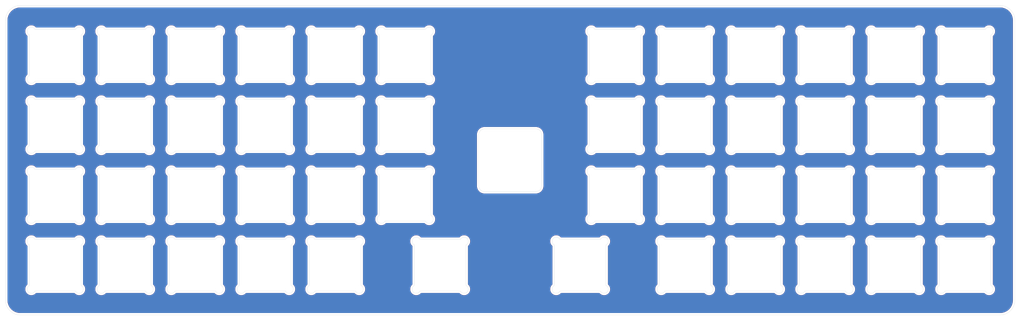
<source format=kicad_pcb>
(kicad_pcb (version 20171130) (host pcbnew "(5.1.6)-1")
  (layers (0 F.Cu signal) (31 B.Cu signal) (34 B.Paste user) (35 F.Paste user) (36 B.SilkS user) (37 F.SilkS user) (38 B.Mask user) (39 F.Mask user) (44 Edge.Cuts user))
  (net 0 "")
  (gr_line (start 73 183.5) (end 339 183.5) (layer Edge.Cuts) (width 0.05))
  (gr_arc (start 339 103.5) (end 343 103.5) (angle -90) (layer Edge.Cuts) (width 0.05))
  (gr_arc (start 73 179.5) (end 69 179.5) (angle -90) (layer Edge.Cuts) (width 0.05))
  (gr_line (start 69 103.5) (end 69 179.5) (layer Edge.Cuts) (width 0.05))
  (gr_line (start 343 179.5) (end 343 103.5) (layer Edge.Cuts) (width 0.05))
  (gr_arc (start 339 179.5) (end 339 183.5) (angle -90) (layer Edge.Cuts) (width 0.05))
  (gr_line (start 339 99.5) (end 73 99.5) (layer Edge.Cuts) (width 0.05))
  (gr_arc (start 73 103.5) (end 73 99.5) (angle -90) (layer Edge.Cuts) (width 0.05))
  (gr_line (start 214.5 148.5) (end 214.5 134.5) (layer Edge.Cuts) (width 0.05))
  (gr_line (start 199 150) (end 213 150) (layer Edge.Cuts) (width 0.05))
  (gr_line (start 197.5 134.5) (end 197.5 148.5) (layer Edge.Cuts) (width 0.05))
  (gr_line (start 213 133) (end 199 133) (layer Edge.Cuts) (width 0.05))
  (gr_arc (start 213 134.5) (end 214.5 134.5) (angle -90) (layer Edge.Cuts) (width 0.05))
  (gr_arc (start 213 148.5) (end 213 150) (angle -90) (layer Edge.Cuts) (width 0.05))
  (gr_arc (start 199 148.5) (end 197.5 148.5) (angle -90) (layer Edge.Cuts) (width 0.05))
  (gr_arc (start 199 134.5) (end 199 133) (angle -90) (layer Edge.Cuts) (width 0.05))
  (gr_line (start 227.500001 118.500001) (end 227.5 107.499999) (layer Edge.Cuts) (width 0.05))
  (gr_arc (start 279 119.5) (end 278.000001 119.999999) (angle -216.8698976) (layer Edge.Cuts) (width 0.05))
  (gr_line (start 298.499999 107.499999) (end 298.5 118.5) (layer Edge.Cuts) (width 0.05))
  (gr_arc (start 298 119.5) (end 297.000001 119.999999) (angle -216.8698976) (layer Edge.Cuts) (width 0.05))
  (gr_arc (start 247 119.5) (end 246.500001 118.500001) (angle -216.8698976) (layer Edge.Cuts) (width 0.05))
  (gr_arc (start 279 106.5) (end 279.499999 107.499999) (angle -216.8698976) (layer Edge.Cuts) (width 0.05))
  (gr_arc (start 298 106.5) (end 298.499999 107.499999) (angle -216.8698976) (layer Edge.Cuts) (width 0.05))
  (gr_line (start 246.500001 118.500001) (end 246.5 107.499999) (layer Edge.Cuts) (width 0.05))
  (gr_line (start 266.999999 106.000001) (end 278.000001 106) (layer Edge.Cuts) (width 0.05))
  (gr_line (start 285.999999 106.000001) (end 297.000001 106) (layer Edge.Cuts) (width 0.05))
  (gr_line (start 297.000001 119.999999) (end 285.999999 120) (layer Edge.Cuts) (width 0.05))
  (gr_arc (start 285 119.5) (end 284.500001 118.500001) (angle -216.8698976) (layer Edge.Cuts) (width 0.05))
  (gr_arc (start 285 106.5) (end 285.999999 106.000001) (angle -216.8698976) (layer Edge.Cuts) (width 0.05))
  (gr_line (start 279.499999 107.499999) (end 279.5 118.5) (layer Edge.Cuts) (width 0.05))
  (gr_arc (start 247 106.5) (end 247.999999 106.000001) (angle -216.8698976) (layer Edge.Cuts) (width 0.05))
  (gr_line (start 247.999999 106.000001) (end 259.000001 106) (layer Edge.Cuts) (width 0.05))
  (gr_line (start 284.500001 118.500001) (end 284.5 107.499999) (layer Edge.Cuts) (width 0.05))
  (gr_line (start 278.000001 119.999999) (end 266.999999 120) (layer Edge.Cuts) (width 0.05))
  (gr_arc (start 260 106.5) (end 260.499999 107.499999) (angle -216.8698976) (layer Edge.Cuts) (width 0.05))
  (gr_arc (start 266 119.5) (end 265.500001 118.500001) (angle -216.8698976) (layer Edge.Cuts) (width 0.05))
  (gr_line (start 240.000001 119.999999) (end 228.999999 120) (layer Edge.Cuts) (width 0.05))
  (gr_arc (start 266 106.5) (end 266.999999 106.000001) (angle -216.8698976) (layer Edge.Cuts) (width 0.05))
  (gr_arc (start 260 119.5) (end 259.000001 119.999999) (angle -216.8698976) (layer Edge.Cuts) (width 0.05))
  (gr_line (start 259.000001 119.999999) (end 247.999999 120) (layer Edge.Cuts) (width 0.05))
  (gr_line (start 260.499999 107.499999) (end 260.5 118.5) (layer Edge.Cuts) (width 0.05))
  (gr_line (start 228.999999 106.000001) (end 240.000001 106) (layer Edge.Cuts) (width 0.05))
  (gr_arc (start 228 106.5) (end 228.999999 106.000001) (angle -216.8698976) (layer Edge.Cuts) (width 0.05))
  (gr_arc (start 241 106.5) (end 241.499999 107.499999) (angle -216.8698976) (layer Edge.Cuts) (width 0.05))
  (gr_arc (start 241 119.5) (end 240.000001 119.999999) (angle -216.8698976) (layer Edge.Cuts) (width 0.05))
  (gr_arc (start 228 119.5) (end 227.500001 118.500001) (angle -216.8698976) (layer Edge.Cuts) (width 0.05))
  (gr_line (start 265.500001 118.500001) (end 265.5 107.499999) (layer Edge.Cuts) (width 0.05))
  (gr_line (start 241.499999 107.499999) (end 241.5 118.5) (layer Edge.Cuts) (width 0.05))
  (gr_arc (start 336 157.5) (end 335.000001 157.999999) (angle -216.8698976) (layer Edge.Cuts) (width 0.05))
  (gr_arc (start 260 157.5) (end 259.000001 157.999999) (angle -216.8698976) (layer Edge.Cuts) (width 0.05))
  (gr_line (start 323.999999 144.000001) (end 335.000001 144) (layer Edge.Cuts) (width 0.05))
  (gr_line (start 265.500001 156.500001) (end 265.5 145.499999) (layer Edge.Cuts) (width 0.05))
  (gr_line (start 317.499999 145.499999) (end 317.5 156.5) (layer Edge.Cuts) (width 0.05))
  (gr_arc (start 304 157.5) (end 303.500001 156.500001) (angle -216.8698976) (layer Edge.Cuts) (width 0.05))
  (gr_line (start 335.000001 157.999999) (end 323.999999 158) (layer Edge.Cuts) (width 0.05))
  (gr_arc (start 304 144.5) (end 304.999999 144.000001) (angle -216.8698976) (layer Edge.Cuts) (width 0.05))
  (gr_line (start 278.000001 157.999999) (end 266.999999 158) (layer Edge.Cuts) (width 0.05))
  (gr_arc (start 285 157.5) (end 284.500001 156.500001) (angle -216.8698976) (layer Edge.Cuts) (width 0.05))
  (gr_arc (start 298 157.5) (end 297.000001 157.999999) (angle -216.8698976) (layer Edge.Cuts) (width 0.05))
  (gr_line (start 241.499999 145.499999) (end 241.5 156.5) (layer Edge.Cuts) (width 0.05))
  (gr_arc (start 241 144.5) (end 241.499999 145.499999) (angle -216.8698976) (layer Edge.Cuts) (width 0.05))
  (gr_arc (start 317 144.5) (end 317.499999 145.499999) (angle -216.8698976) (layer Edge.Cuts) (width 0.05))
  (gr_line (start 279.499999 145.499999) (end 279.5 156.5) (layer Edge.Cuts) (width 0.05))
  (gr_arc (start 285 144.5) (end 285.999999 144.000001) (angle -216.8698976) (layer Edge.Cuts) (width 0.05))
  (gr_line (start 259.000001 157.999999) (end 247.999999 158) (layer Edge.Cuts) (width 0.05))
  (gr_arc (start 241 157.5) (end 240.000001 157.999999) (angle -216.8698976) (layer Edge.Cuts) (width 0.05))
  (gr_line (start 260.499999 145.499999) (end 260.5 156.5) (layer Edge.Cuts) (width 0.05))
  (gr_line (start 228.999999 144.000001) (end 240.000001 144) (layer Edge.Cuts) (width 0.05))
  (gr_arc (start 323 157.5) (end 322.500001 156.500001) (angle -216.8698976) (layer Edge.Cuts) (width 0.05))
  (gr_line (start 322.500001 156.500001) (end 322.5 145.499999) (layer Edge.Cuts) (width 0.05))
  (gr_line (start 336.499999 145.499999) (end 336.5 156.5) (layer Edge.Cuts) (width 0.05))
  (gr_line (start 298.499999 145.499999) (end 298.5 156.5) (layer Edge.Cuts) (width 0.05))
  (gr_line (start 247.999999 144.000001) (end 259.000001 144) (layer Edge.Cuts) (width 0.05))
  (gr_line (start 266.999999 144.000001) (end 278.000001 144) (layer Edge.Cuts) (width 0.05))
  (gr_line (start 297.000001 157.999999) (end 285.999999 158) (layer Edge.Cuts) (width 0.05))
  (gr_arc (start 279 144.5) (end 279.499999 145.499999) (angle -216.8698976) (layer Edge.Cuts) (width 0.05))
  (gr_line (start 285.999999 144.000001) (end 297.000001 144) (layer Edge.Cuts) (width 0.05))
  (gr_line (start 316.000001 157.999999) (end 304.999999 158) (layer Edge.Cuts) (width 0.05))
  (gr_line (start 284.500001 156.500001) (end 284.5 145.499999) (layer Edge.Cuts) (width 0.05))
  (gr_arc (start 279 157.5) (end 278.000001 157.999999) (angle -216.8698976) (layer Edge.Cuts) (width 0.05))
  (gr_arc (start 228 157.5) (end 227.500001 156.500001) (angle -216.8698976) (layer Edge.Cuts) (width 0.05))
  (gr_arc (start 336 144.5) (end 336.499999 145.499999) (angle -216.8698976) (layer Edge.Cuts) (width 0.05))
  (gr_arc (start 298 144.5) (end 298.499999 145.499999) (angle -216.8698976) (layer Edge.Cuts) (width 0.05))
  (gr_arc (start 266 144.5) (end 266.999999 144.000001) (angle -216.8698976) (layer Edge.Cuts) (width 0.05))
  (gr_arc (start 247 144.5) (end 247.999999 144.000001) (angle -216.8698976) (layer Edge.Cuts) (width 0.05))
  (gr_arc (start 323 144.5) (end 323.999999 144.000001) (angle -216.8698976) (layer Edge.Cuts) (width 0.05))
  (gr_line (start 227.500001 156.500001) (end 227.5 145.499999) (layer Edge.Cuts) (width 0.05))
  (gr_line (start 303.500001 156.500001) (end 303.5 145.499999) (layer Edge.Cuts) (width 0.05))
  (gr_line (start 304.999999 144.000001) (end 316.000001 144) (layer Edge.Cuts) (width 0.05))
  (gr_arc (start 317 157.5) (end 316.000001 157.999999) (angle -216.8698976) (layer Edge.Cuts) (width 0.05))
  (gr_arc (start 260 144.5) (end 260.499999 145.499999) (angle -216.8698976) (layer Edge.Cuts) (width 0.05))
  (gr_line (start 246.500001 156.500001) (end 246.5 145.499999) (layer Edge.Cuts) (width 0.05))
  (gr_arc (start 247 157.5) (end 246.500001 156.500001) (angle -216.8698976) (layer Edge.Cuts) (width 0.05))
  (gr_arc (start 266 157.5) (end 265.500001 156.500001) (angle -216.8698976) (layer Edge.Cuts) (width 0.05))
  (gr_arc (start 228 144.5) (end 228.999999 144.000001) (angle -216.8698976) (layer Edge.Cuts) (width 0.05))
  (gr_line (start 240.000001 157.999999) (end 228.999999 158) (layer Edge.Cuts) (width 0.05))
  (gr_line (start 285.999999 125.000001) (end 297.000001 125) (layer Edge.Cuts) (width 0.05))
  (gr_line (start 284.500001 137.500001) (end 284.5 126.499999) (layer Edge.Cuts) (width 0.05))
  (gr_arc (start 260 125.5) (end 260.499999 126.499999) (angle -216.8698976) (layer Edge.Cuts) (width 0.05))
  (gr_line (start 298.499999 126.499999) (end 298.5 137.5) (layer Edge.Cuts) (width 0.05))
  (gr_line (start 278.000001 138.999999) (end 266.999999 139) (layer Edge.Cuts) (width 0.05))
  (gr_arc (start 285 138.5) (end 284.500001 137.500001) (angle -216.8698976) (layer Edge.Cuts) (width 0.05))
  (gr_arc (start 247 138.5) (end 246.500001 137.500001) (angle -216.8698976) (layer Edge.Cuts) (width 0.05))
  (gr_line (start 227.500001 137.500001) (end 227.5 126.499999) (layer Edge.Cuts) (width 0.05))
  (gr_arc (start 266 138.5) (end 265.500001 137.500001) (angle -216.8698976) (layer Edge.Cuts) (width 0.05))
  (gr_line (start 246.500001 137.500001) (end 246.5 126.499999) (layer Edge.Cuts) (width 0.05))
  (gr_arc (start 279 125.5) (end 279.499999 126.499999) (angle -216.8698976) (layer Edge.Cuts) (width 0.05))
  (gr_arc (start 279 138.5) (end 278.000001 138.999999) (angle -216.8698976) (layer Edge.Cuts) (width 0.05))
  (gr_arc (start 298 125.5) (end 298.499999 126.499999) (angle -216.8698976) (layer Edge.Cuts) (width 0.05))
  (gr_line (start 266.999999 125.000001) (end 278.000001 125) (layer Edge.Cuts) (width 0.05))
  (gr_arc (start 298 138.5) (end 297.000001 138.999999) (angle -216.8698976) (layer Edge.Cuts) (width 0.05))
  (gr_line (start 247.999999 125.000001) (end 259.000001 125) (layer Edge.Cuts) (width 0.05))
  (gr_line (start 297.000001 138.999999) (end 285.999999 139) (layer Edge.Cuts) (width 0.05))
  (gr_line (start 279.499999 126.499999) (end 279.5 137.5) (layer Edge.Cuts) (width 0.05))
  (gr_arc (start 285 125.5) (end 285.999999 125.000001) (angle -216.8698976) (layer Edge.Cuts) (width 0.05))
  (gr_arc (start 247 125.5) (end 247.999999 125.000001) (angle -216.8698976) (layer Edge.Cuts) (width 0.05))
  (gr_arc (start 317 119.5) (end 316.000001 119.999999) (angle -216.8698976) (layer Edge.Cuts) (width 0.05))
  (gr_arc (start 304 106.5) (end 304.999999 106.000001) (angle -216.8698976) (layer Edge.Cuts) (width 0.05))
  (gr_arc (start 228 138.5) (end 227.500001 137.500001) (angle -216.8698976) (layer Edge.Cuts) (width 0.05))
  (gr_line (start 241.499999 126.499999) (end 241.5 137.5) (layer Edge.Cuts) (width 0.05))
  (gr_line (start 303.500001 137.500001) (end 303.5 126.499999) (layer Edge.Cuts) (width 0.05))
  (gr_line (start 316.000001 138.999999) (end 304.999999 139) (layer Edge.Cuts) (width 0.05))
  (gr_line (start 240.000001 138.999999) (end 228.999999 139) (layer Edge.Cuts) (width 0.05))
  (gr_arc (start 266 125.5) (end 266.999999 125.000001) (angle -216.8698976) (layer Edge.Cuts) (width 0.05))
  (gr_arc (start 260 138.5) (end 259.000001 138.999999) (angle -216.8698976) (layer Edge.Cuts) (width 0.05))
  (gr_line (start 259.000001 138.999999) (end 247.999999 139) (layer Edge.Cuts) (width 0.05))
  (gr_line (start 260.499999 126.499999) (end 260.5 137.5) (layer Edge.Cuts) (width 0.05))
  (gr_line (start 228.999999 125.000001) (end 240.000001 125) (layer Edge.Cuts) (width 0.05))
  (gr_line (start 265.500001 137.500001) (end 265.5 126.499999) (layer Edge.Cuts) (width 0.05))
  (gr_arc (start 323 138.5) (end 322.500001 137.500001) (angle -216.8698976) (layer Edge.Cuts) (width 0.05))
  (gr_arc (start 323 106.5) (end 323.999999 106.000001) (angle -216.8698976) (layer Edge.Cuts) (width 0.05))
  (gr_line (start 304.999999 125.000001) (end 316.000001 125) (layer Edge.Cuts) (width 0.05))
  (gr_line (start 303.500001 118.500001) (end 303.5 107.499999) (layer Edge.Cuts) (width 0.05))
  (gr_line (start 317.499999 126.499999) (end 317.5 137.5) (layer Edge.Cuts) (width 0.05))
  (gr_arc (start 336 119.5) (end 335.000001 119.999999) (angle -216.8698976) (layer Edge.Cuts) (width 0.05))
  (gr_arc (start 323 119.5) (end 322.500001 118.500001) (angle -216.8698976) (layer Edge.Cuts) (width 0.05))
  (gr_arc (start 304 119.5) (end 303.500001 118.500001) (angle -216.8698976) (layer Edge.Cuts) (width 0.05))
  (gr_line (start 316.000001 119.999999) (end 304.999999 120) (layer Edge.Cuts) (width 0.05))
  (gr_arc (start 228 125.5) (end 228.999999 125.000001) (angle -216.8698976) (layer Edge.Cuts) (width 0.05))
  (gr_arc (start 241 125.5) (end 241.499999 126.499999) (angle -216.8698976) (layer Edge.Cuts) (width 0.05))
  (gr_arc (start 304 138.5) (end 303.500001 137.500001) (angle -216.8698976) (layer Edge.Cuts) (width 0.05))
  (gr_line (start 323.999999 125.000001) (end 335.000001 125) (layer Edge.Cuts) (width 0.05))
  (gr_arc (start 323 125.5) (end 323.999999 125.000001) (angle -216.8698976) (layer Edge.Cuts) (width 0.05))
  (gr_line (start 335.000001 138.999999) (end 323.999999 139) (layer Edge.Cuts) (width 0.05))
  (gr_line (start 322.500001 137.500001) (end 322.5 126.499999) (layer Edge.Cuts) (width 0.05))
  (gr_line (start 335.000001 119.999999) (end 323.999999 120) (layer Edge.Cuts) (width 0.05))
  (gr_line (start 336.499999 107.499999) (end 336.5 118.5) (layer Edge.Cuts) (width 0.05))
  (gr_line (start 304.999999 106.000001) (end 316.000001 106) (layer Edge.Cuts) (width 0.05))
  (gr_arc (start 336 138.5) (end 335.000001 138.999999) (angle -216.8698976) (layer Edge.Cuts) (width 0.05))
  (gr_line (start 322.500001 118.500001) (end 322.5 107.499999) (layer Edge.Cuts) (width 0.05))
  (gr_line (start 323.999999 106.000001) (end 335.000001 106) (layer Edge.Cuts) (width 0.05))
  (gr_arc (start 317 138.5) (end 316.000001 138.999999) (angle -216.8698976) (layer Edge.Cuts) (width 0.05))
  (gr_arc (start 241 138.5) (end 240.000001 138.999999) (angle -216.8698976) (layer Edge.Cuts) (width 0.05))
  (gr_arc (start 336 106.5) (end 336.499999 107.499999) (angle -216.8698976) (layer Edge.Cuts) (width 0.05))
  (gr_arc (start 317 125.5) (end 317.499999 126.499999) (angle -216.8698976) (layer Edge.Cuts) (width 0.05))
  (gr_arc (start 304 125.5) (end 304.999999 125.000001) (angle -216.8698976) (layer Edge.Cuts) (width 0.05))
  (gr_arc (start 336 125.5) (end 336.499999 126.499999) (angle -216.8698976) (layer Edge.Cuts) (width 0.05))
  (gr_line (start 336.499999 126.499999) (end 336.5 137.5) (layer Edge.Cuts) (width 0.05))
  (gr_line (start 317.499999 107.499999) (end 317.5 118.5) (layer Edge.Cuts) (width 0.05))
  (gr_arc (start 317 106.5) (end 317.499999 107.499999) (angle -216.8698976) (layer Edge.Cuts) (width 0.05))
  (gr_arc (start 260 176.5) (end 259.000001 176.999999) (angle -216.8698976) (layer Edge.Cuts) (width 0.05))
  (gr_arc (start 336 176.5) (end 335.000001 176.999999) (angle -216.8698976) (layer Edge.Cuts) (width 0.05))
  (gr_line (start 317.499999 164.499999) (end 317.5 175.5) (layer Edge.Cuts) (width 0.05))
  (gr_line (start 335.000001 176.999999) (end 323.999999 177) (layer Edge.Cuts) (width 0.05))
  (gr_arc (start 304 163.5) (end 304.999999 163.000001) (angle -216.8698976) (layer Edge.Cuts) (width 0.05))
  (gr_line (start 259.000001 176.999999) (end 247.999999 177) (layer Edge.Cuts) (width 0.05))
  (gr_line (start 219.499999 163.000001) (end 230.500001 163) (layer Edge.Cuts) (width 0.05))
  (gr_line (start 260.499999 164.499999) (end 260.5 175.5) (layer Edge.Cuts) (width 0.05))
  (gr_line (start 265.500001 175.500001) (end 265.5 164.499999) (layer Edge.Cuts) (width 0.05))
  (gr_arc (start 304 176.5) (end 303.500001 175.500001) (angle -216.8698976) (layer Edge.Cuts) (width 0.05))
  (gr_arc (start 231.5 176.5) (end 230.500001 176.999999) (angle -216.8698976) (layer Edge.Cuts) (width 0.05))
  (gr_line (start 279.499999 164.499999) (end 279.5 175.5) (layer Edge.Cuts) (width 0.05))
  (gr_arc (start 298 176.5) (end 297.000001 176.999999) (angle -216.8698976) (layer Edge.Cuts) (width 0.05))
  (gr_arc (start 317 163.5) (end 317.499999 164.499999) (angle -216.8698976) (layer Edge.Cuts) (width 0.05))
  (gr_line (start 323.999999 163.000001) (end 335.000001 163) (layer Edge.Cuts) (width 0.05))
  (gr_arc (start 285 176.5) (end 284.500001 175.500001) (angle -216.8698976) (layer Edge.Cuts) (width 0.05))
  (gr_arc (start 231.5 163.5) (end 231.999999 164.499999) (angle -216.8698976) (layer Edge.Cuts) (width 0.05))
  (gr_line (start 278.000001 176.999999) (end 266.999999 177) (layer Edge.Cuts) (width 0.05))
  (gr_arc (start 285 163.5) (end 285.999999 163.000001) (angle -216.8698976) (layer Edge.Cuts) (width 0.05))
  (gr_line (start 231.999999 164.499999) (end 232 175.5) (layer Edge.Cuts) (width 0.05))
  (gr_arc (start 218.5 163.5) (end 219.499999 163.000001) (angle -216.8698976) (layer Edge.Cuts) (width 0.05))
  (gr_line (start 247.999999 163.000001) (end 259.000001 163) (layer Edge.Cuts) (width 0.05))
  (gr_line (start 297.000001 176.999999) (end 285.999999 177) (layer Edge.Cuts) (width 0.05))
  (gr_arc (start 266 176.5) (end 265.500001 175.500001) (angle -216.8698976) (layer Edge.Cuts) (width 0.05))
  (gr_arc (start 279 176.5) (end 278.000001 176.999999) (angle -216.8698976) (layer Edge.Cuts) (width 0.05))
  (gr_line (start 303.500001 175.500001) (end 303.5 164.499999) (layer Edge.Cuts) (width 0.05))
  (gr_arc (start 247 163.5) (end 247.999999 163.000001) (angle -216.8698976) (layer Edge.Cuts) (width 0.05))
  (gr_arc (start 279 163.5) (end 279.499999 164.499999) (angle -216.8698976) (layer Edge.Cuts) (width 0.05))
  (gr_line (start 285.999999 163.000001) (end 297.000001 163) (layer Edge.Cuts) (width 0.05))
  (gr_line (start 316.000001 176.999999) (end 304.999999 177) (layer Edge.Cuts) (width 0.05))
  (gr_line (start 284.500001 175.500001) (end 284.5 164.499999) (layer Edge.Cuts) (width 0.05))
  (gr_arc (start 336 163.5) (end 336.499999 164.499999) (angle -216.8698976) (layer Edge.Cuts) (width 0.05))
  (gr_line (start 218.000001 175.500001) (end 218 164.499999) (layer Edge.Cuts) (width 0.05))
  (gr_arc (start 317 176.5) (end 316.000001 176.999999) (angle -216.8698976) (layer Edge.Cuts) (width 0.05))
  (gr_arc (start 260 163.5) (end 260.499999 164.499999) (angle -216.8698976) (layer Edge.Cuts) (width 0.05))
  (gr_arc (start 323 176.5) (end 322.500001 175.500001) (angle -216.8698976) (layer Edge.Cuts) (width 0.05))
  (gr_arc (start 218.5 176.5) (end 218.000001 175.500001) (angle -216.8698976) (layer Edge.Cuts) (width 0.05))
  (gr_line (start 336.499999 164.499999) (end 336.5 175.5) (layer Edge.Cuts) (width 0.05))
  (gr_line (start 298.499999 164.499999) (end 298.5 175.5) (layer Edge.Cuts) (width 0.05))
  (gr_arc (start 266 163.5) (end 266.999999 163.000001) (angle -216.8698976) (layer Edge.Cuts) (width 0.05))
  (gr_arc (start 323 163.5) (end 323.999999 163.000001) (angle -216.8698976) (layer Edge.Cuts) (width 0.05))
  (gr_line (start 304.999999 163.000001) (end 316.000001 163) (layer Edge.Cuts) (width 0.05))
  (gr_line (start 230.500001 176.999999) (end 219.499999 177) (layer Edge.Cuts) (width 0.05))
  (gr_line (start 322.500001 175.500001) (end 322.5 164.499999) (layer Edge.Cuts) (width 0.05))
  (gr_arc (start 298 163.5) (end 298.499999 164.499999) (angle -216.8698976) (layer Edge.Cuts) (width 0.05))
  (gr_line (start 266.999999 163.000001) (end 278.000001 163) (layer Edge.Cuts) (width 0.05))
  (gr_line (start 246.500001 175.500001) (end 246.5 164.499999) (layer Edge.Cuts) (width 0.05))
  (gr_arc (start 247 176.5) (end 246.500001 175.500001) (angle -216.8698976) (layer Edge.Cuts) (width 0.05))
  (gr_arc (start 193.5 176.5) (end 192.500001 176.999999) (angle -216.8698976) (layer Edge.Cuts) (width 0.05))
  (gr_arc (start 108 176.5) (end 107.000001 176.999999) (angle -216.8698976) (layer Edge.Cuts) (width 0.05))
  (gr_line (start 181.499999 163.000001) (end 192.500001 163) (layer Edge.Cuts) (width 0.05))
  (gr_line (start 113.500001 175.500001) (end 113.5 164.499999) (layer Edge.Cuts) (width 0.05))
  (gr_line (start 165.499999 164.499999) (end 165.5 175.5) (layer Edge.Cuts) (width 0.05))
  (gr_arc (start 152 176.5) (end 151.500001 175.500001) (angle -216.8698976) (layer Edge.Cuts) (width 0.05))
  (gr_line (start 192.500001 176.999999) (end 181.499999 177) (layer Edge.Cuts) (width 0.05))
  (gr_arc (start 152 163.5) (end 152.999999 163.000001) (angle -216.8698976) (layer Edge.Cuts) (width 0.05))
  (gr_line (start 126.000001 176.999999) (end 114.999999 177) (layer Edge.Cuts) (width 0.05))
  (gr_arc (start 133 176.5) (end 132.500001 175.500001) (angle -216.8698976) (layer Edge.Cuts) (width 0.05))
  (gr_arc (start 146 176.5) (end 145.000001 176.999999) (angle -216.8698976) (layer Edge.Cuts) (width 0.05))
  (gr_line (start 89.499999 164.499999) (end 89.5 175.5) (layer Edge.Cuts) (width 0.05))
  (gr_arc (start 89 163.5) (end 89.499999 164.499999) (angle -216.8698976) (layer Edge.Cuts) (width 0.05))
  (gr_arc (start 165 163.5) (end 165.499999 164.499999) (angle -216.8698976) (layer Edge.Cuts) (width 0.05))
  (gr_line (start 127.499999 164.499999) (end 127.5 175.5) (layer Edge.Cuts) (width 0.05))
  (gr_arc (start 133 163.5) (end 133.999999 163.000001) (angle -216.8698976) (layer Edge.Cuts) (width 0.05))
  (gr_line (start 107.000001 176.999999) (end 95.999999 177) (layer Edge.Cuts) (width 0.05))
  (gr_arc (start 89 176.5) (end 88.000001 176.999999) (angle -216.8698976) (layer Edge.Cuts) (width 0.05))
  (gr_line (start 108.499999 164.499999) (end 108.5 175.5) (layer Edge.Cuts) (width 0.05))
  (gr_line (start 76.999999 163.000001) (end 88.000001 163) (layer Edge.Cuts) (width 0.05))
  (gr_arc (start 180.5 176.5) (end 180.000001 175.500001) (angle -216.8698976) (layer Edge.Cuts) (width 0.05))
  (gr_line (start 180.000001 175.500001) (end 180 164.499999) (layer Edge.Cuts) (width 0.05))
  (gr_line (start 193.999999 164.499999) (end 194 175.5) (layer Edge.Cuts) (width 0.05))
  (gr_line (start 146.499999 164.499999) (end 146.5 175.5) (layer Edge.Cuts) (width 0.05))
  (gr_line (start 95.999999 163.000001) (end 107.000001 163) (layer Edge.Cuts) (width 0.05))
  (gr_line (start 114.999999 163.000001) (end 126.000001 163) (layer Edge.Cuts) (width 0.05))
  (gr_line (start 145.000001 176.999999) (end 133.999999 177) (layer Edge.Cuts) (width 0.05))
  (gr_arc (start 127 163.5) (end 127.499999 164.499999) (angle -216.8698976) (layer Edge.Cuts) (width 0.05))
  (gr_line (start 133.999999 163.000001) (end 145.000001 163) (layer Edge.Cuts) (width 0.05))
  (gr_line (start 164.000001 176.999999) (end 152.999999 177) (layer Edge.Cuts) (width 0.05))
  (gr_line (start 132.500001 175.500001) (end 132.5 164.499999) (layer Edge.Cuts) (width 0.05))
  (gr_arc (start 127 176.5) (end 126.000001 176.999999) (angle -216.8698976) (layer Edge.Cuts) (width 0.05))
  (gr_arc (start 76 176.5) (end 75.500001 175.500001) (angle -216.8698976) (layer Edge.Cuts) (width 0.05))
  (gr_arc (start 193.5 163.5) (end 193.999999 164.499999) (angle -216.8698976) (layer Edge.Cuts) (width 0.05))
  (gr_arc (start 146 163.5) (end 146.499999 164.499999) (angle -216.8698976) (layer Edge.Cuts) (width 0.05))
  (gr_arc (start 114 163.5) (end 114.999999 163.000001) (angle -216.8698976) (layer Edge.Cuts) (width 0.05))
  (gr_arc (start 95 163.5) (end 95.999999 163.000001) (angle -216.8698976) (layer Edge.Cuts) (width 0.05))
  (gr_arc (start 180.5 163.5) (end 181.499999 163.000001) (angle -216.8698976) (layer Edge.Cuts) (width 0.05))
  (gr_line (start 75.500001 175.500001) (end 75.5 164.499999) (layer Edge.Cuts) (width 0.05))
  (gr_line (start 151.500001 175.500001) (end 151.5 164.499999) (layer Edge.Cuts) (width 0.05))
  (gr_line (start 152.999999 163.000001) (end 164.000001 163) (layer Edge.Cuts) (width 0.05))
  (gr_arc (start 165 176.5) (end 164.000001 176.999999) (angle -216.8698976) (layer Edge.Cuts) (width 0.05))
  (gr_arc (start 108 163.5) (end 108.499999 164.499999) (angle -216.8698976) (layer Edge.Cuts) (width 0.05))
  (gr_line (start 94.500001 175.500001) (end 94.5 164.499999) (layer Edge.Cuts) (width 0.05))
  (gr_arc (start 95 176.5) (end 94.500001 175.500001) (angle -216.8698976) (layer Edge.Cuts) (width 0.05))
  (gr_arc (start 114 176.5) (end 113.500001 175.500001) (angle -216.8698976) (layer Edge.Cuts) (width 0.05))
  (gr_arc (start 76 163.5) (end 76.999999 163.000001) (angle -216.8698976) (layer Edge.Cuts) (width 0.05))
  (gr_line (start 88.000001 176.999999) (end 76.999999 177) (layer Edge.Cuts) (width 0.05))
  (gr_line (start 133.999999 144.000001) (end 145.000001 144) (layer Edge.Cuts) (width 0.05))
  (gr_line (start 132.500001 156.500001) (end 132.5 145.499999) (layer Edge.Cuts) (width 0.05))
  (gr_arc (start 108 144.5) (end 108.499999 145.499999) (angle -216.8698976) (layer Edge.Cuts) (width 0.05))
  (gr_line (start 146.499999 145.499999) (end 146.5 156.5) (layer Edge.Cuts) (width 0.05))
  (gr_line (start 126.000001 157.999999) (end 114.999999 158) (layer Edge.Cuts) (width 0.05))
  (gr_arc (start 133 157.5) (end 132.500001 156.500001) (angle -216.8698976) (layer Edge.Cuts) (width 0.05))
  (gr_arc (start 95 157.5) (end 94.500001 156.500001) (angle -216.8698976) (layer Edge.Cuts) (width 0.05))
  (gr_line (start 75.500001 156.500001) (end 75.5 145.499999) (layer Edge.Cuts) (width 0.05))
  (gr_arc (start 114 157.5) (end 113.500001 156.500001) (angle -216.8698976) (layer Edge.Cuts) (width 0.05))
  (gr_line (start 94.500001 156.500001) (end 94.5 145.499999) (layer Edge.Cuts) (width 0.05))
  (gr_arc (start 127 144.5) (end 127.499999 145.499999) (angle -216.8698976) (layer Edge.Cuts) (width 0.05))
  (gr_arc (start 127 157.5) (end 126.000001 157.999999) (angle -216.8698976) (layer Edge.Cuts) (width 0.05))
  (gr_arc (start 146 144.5) (end 146.499999 145.499999) (angle -216.8698976) (layer Edge.Cuts) (width 0.05))
  (gr_line (start 114.999999 144.000001) (end 126.000001 144) (layer Edge.Cuts) (width 0.05))
  (gr_arc (start 146 157.5) (end 145.000001 157.999999) (angle -216.8698976) (layer Edge.Cuts) (width 0.05))
  (gr_line (start 95.999999 144.000001) (end 107.000001 144) (layer Edge.Cuts) (width 0.05))
  (gr_line (start 145.000001 157.999999) (end 133.999999 158) (layer Edge.Cuts) (width 0.05))
  (gr_line (start 127.499999 145.499999) (end 127.5 156.5) (layer Edge.Cuts) (width 0.05))
  (gr_arc (start 133 144.5) (end 133.999999 144.000001) (angle -216.8698976) (layer Edge.Cuts) (width 0.05))
  (gr_arc (start 95 144.5) (end 95.999999 144.000001) (angle -216.8698976) (layer Edge.Cuts) (width 0.05))
  (gr_arc (start 76 157.5) (end 75.500001 156.500001) (angle -216.8698976) (layer Edge.Cuts) (width 0.05))
  (gr_line (start 89.499999 145.499999) (end 89.5 156.5) (layer Edge.Cuts) (width 0.05))
  (gr_line (start 151.500001 156.500001) (end 151.5 145.499999) (layer Edge.Cuts) (width 0.05))
  (gr_line (start 164.000001 157.999999) (end 152.999999 158) (layer Edge.Cuts) (width 0.05))
  (gr_line (start 88.000001 157.999999) (end 76.999999 158) (layer Edge.Cuts) (width 0.05))
  (gr_arc (start 114 144.5) (end 114.999999 144.000001) (angle -216.8698976) (layer Edge.Cuts) (width 0.05))
  (gr_arc (start 108 157.5) (end 107.000001 157.999999) (angle -216.8698976) (layer Edge.Cuts) (width 0.05))
  (gr_line (start 107.000001 157.999999) (end 95.999999 158) (layer Edge.Cuts) (width 0.05))
  (gr_line (start 108.499999 145.499999) (end 108.5 156.5) (layer Edge.Cuts) (width 0.05))
  (gr_line (start 76.999999 144.000001) (end 88.000001 144) (layer Edge.Cuts) (width 0.05))
  (gr_line (start 113.500001 156.500001) (end 113.5 145.499999) (layer Edge.Cuts) (width 0.05))
  (gr_arc (start 171 157.5) (end 170.500001 156.500001) (angle -216.8698976) (layer Edge.Cuts) (width 0.05))
  (gr_line (start 152.999999 144.000001) (end 164.000001 144) (layer Edge.Cuts) (width 0.05))
  (gr_line (start 165.499999 145.499999) (end 165.5 156.5) (layer Edge.Cuts) (width 0.05))
  (gr_arc (start 76 144.5) (end 76.999999 144.000001) (angle -216.8698976) (layer Edge.Cuts) (width 0.05))
  (gr_arc (start 89 144.5) (end 89.499999 145.499999) (angle -216.8698976) (layer Edge.Cuts) (width 0.05))
  (gr_arc (start 152 157.5) (end 151.500001 156.500001) (angle -216.8698976) (layer Edge.Cuts) (width 0.05))
  (gr_line (start 171.999999 144.000001) (end 183.000001 144) (layer Edge.Cuts) (width 0.05))
  (gr_arc (start 171 144.5) (end 171.999999 144.000001) (angle -216.8698976) (layer Edge.Cuts) (width 0.05))
  (gr_line (start 183.000001 157.999999) (end 171.999999 158) (layer Edge.Cuts) (width 0.05))
  (gr_line (start 170.500001 156.500001) (end 170.5 145.499999) (layer Edge.Cuts) (width 0.05))
  (gr_arc (start 184 157.5) (end 183.000001 157.999999) (angle -216.8698976) (layer Edge.Cuts) (width 0.05))
  (gr_arc (start 165 157.5) (end 164.000001 157.999999) (angle -216.8698976) (layer Edge.Cuts) (width 0.05))
  (gr_arc (start 89 157.5) (end 88.000001 157.999999) (angle -216.8698976) (layer Edge.Cuts) (width 0.05))
  (gr_arc (start 165 144.5) (end 165.499999 145.499999) (angle -216.8698976) (layer Edge.Cuts) (width 0.05))
  (gr_arc (start 152 144.5) (end 152.999999 144.000001) (angle -216.8698976) (layer Edge.Cuts) (width 0.05))
  (gr_arc (start 184 144.5) (end 184.499999 145.499999) (angle -216.8698976) (layer Edge.Cuts) (width 0.05))
  (gr_line (start 184.499999 145.499999) (end 184.5 156.5) (layer Edge.Cuts) (width 0.05))
  (gr_line (start 75.500001 137.500001) (end 75.5 126.499999) (layer Edge.Cuts) (width 0.05))
  (gr_arc (start 127 138.5) (end 126.000001 138.999999) (angle -216.8698976) (layer Edge.Cuts) (width 0.05))
  (gr_line (start 146.499999 126.499999) (end 146.5 137.5) (layer Edge.Cuts) (width 0.05))
  (gr_arc (start 146 138.5) (end 145.000001 138.999999) (angle -216.8698976) (layer Edge.Cuts) (width 0.05))
  (gr_arc (start 95 138.5) (end 94.500001 137.500001) (angle -216.8698976) (layer Edge.Cuts) (width 0.05))
  (gr_arc (start 127 125.5) (end 127.499999 126.499999) (angle -216.8698976) (layer Edge.Cuts) (width 0.05))
  (gr_arc (start 146 125.5) (end 146.499999 126.499999) (angle -216.8698976) (layer Edge.Cuts) (width 0.05))
  (gr_line (start 94.500001 137.500001) (end 94.5 126.499999) (layer Edge.Cuts) (width 0.05))
  (gr_line (start 114.999999 125.000001) (end 126.000001 125) (layer Edge.Cuts) (width 0.05))
  (gr_line (start 133.999999 125.000001) (end 145.000001 125) (layer Edge.Cuts) (width 0.05))
  (gr_line (start 145.000001 138.999999) (end 133.999999 139) (layer Edge.Cuts) (width 0.05))
  (gr_arc (start 133 138.5) (end 132.500001 137.500001) (angle -216.8698976) (layer Edge.Cuts) (width 0.05))
  (gr_arc (start 133 125.5) (end 133.999999 125.000001) (angle -216.8698976) (layer Edge.Cuts) (width 0.05))
  (gr_line (start 127.499999 126.499999) (end 127.5 137.5) (layer Edge.Cuts) (width 0.05))
  (gr_arc (start 95 125.5) (end 95.999999 125.000001) (angle -216.8698976) (layer Edge.Cuts) (width 0.05))
  (gr_line (start 95.999999 125.000001) (end 107.000001 125) (layer Edge.Cuts) (width 0.05))
  (gr_line (start 132.500001 137.500001) (end 132.5 126.499999) (layer Edge.Cuts) (width 0.05))
  (gr_line (start 126.000001 138.999999) (end 114.999999 139) (layer Edge.Cuts) (width 0.05))
  (gr_arc (start 108 125.5) (end 108.499999 126.499999) (angle -216.8698976) (layer Edge.Cuts) (width 0.05))
  (gr_arc (start 114 138.5) (end 113.500001 137.500001) (angle -216.8698976) (layer Edge.Cuts) (width 0.05))
  (gr_line (start 88.000001 138.999999) (end 76.999999 139) (layer Edge.Cuts) (width 0.05))
  (gr_arc (start 114 125.5) (end 114.999999 125.000001) (angle -216.8698976) (layer Edge.Cuts) (width 0.05))
  (gr_arc (start 108 138.5) (end 107.000001 138.999999) (angle -216.8698976) (layer Edge.Cuts) (width 0.05))
  (gr_line (start 107.000001 138.999999) (end 95.999999 139) (layer Edge.Cuts) (width 0.05))
  (gr_line (start 108.499999 126.499999) (end 108.5 137.5) (layer Edge.Cuts) (width 0.05))
  (gr_line (start 76.999999 125.000001) (end 88.000001 125) (layer Edge.Cuts) (width 0.05))
  (gr_arc (start 76 125.5) (end 76.999999 125.000001) (angle -216.8698976) (layer Edge.Cuts) (width 0.05))
  (gr_arc (start 89 125.5) (end 89.499999 126.499999) (angle -216.8698976) (layer Edge.Cuts) (width 0.05))
  (gr_arc (start 89 138.5) (end 88.000001 138.999999) (angle -216.8698976) (layer Edge.Cuts) (width 0.05))
  (gr_arc (start 76 138.5) (end 75.500001 137.500001) (angle -216.8698976) (layer Edge.Cuts) (width 0.05))
  (gr_line (start 113.500001 137.500001) (end 113.5 126.499999) (layer Edge.Cuts) (width 0.05))
  (gr_line (start 89.499999 126.499999) (end 89.5 137.5) (layer Edge.Cuts) (width 0.05))
  (gr_arc (start 165 138.5) (end 164.000001 138.999999) (angle -216.8698976) (layer Edge.Cuts) (width 0.05))
  (gr_arc (start 152 125.5) (end 152.999999 125.000001) (angle -216.8698976) (layer Edge.Cuts) (width 0.05))
  (gr_arc (start 171 125.5) (end 171.999999 125.000001) (angle -216.8698976) (layer Edge.Cuts) (width 0.05))
  (gr_line (start 151.500001 137.500001) (end 151.5 126.499999) (layer Edge.Cuts) (width 0.05))
  (gr_arc (start 184 138.5) (end 183.000001 138.999999) (angle -216.8698976) (layer Edge.Cuts) (width 0.05))
  (gr_arc (start 171 138.5) (end 170.500001 137.500001) (angle -216.8698976) (layer Edge.Cuts) (width 0.05))
  (gr_arc (start 152 138.5) (end 151.500001 137.500001) (angle -216.8698976) (layer Edge.Cuts) (width 0.05))
  (gr_line (start 164.000001 138.999999) (end 152.999999 139) (layer Edge.Cuts) (width 0.05))
  (gr_line (start 183.000001 138.999999) (end 171.999999 139) (layer Edge.Cuts) (width 0.05))
  (gr_line (start 184.499999 126.499999) (end 184.5 137.5) (layer Edge.Cuts) (width 0.05))
  (gr_line (start 152.999999 125.000001) (end 164.000001 125) (layer Edge.Cuts) (width 0.05))
  (gr_line (start 170.500001 137.500001) (end 170.5 126.499999) (layer Edge.Cuts) (width 0.05))
  (gr_line (start 171.999999 125.000001) (end 183.000001 125) (layer Edge.Cuts) (width 0.05))
  (gr_arc (start 184 125.5) (end 184.499999 126.499999) (angle -216.8698976) (layer Edge.Cuts) (width 0.05))
  (gr_line (start 165.499999 126.499999) (end 165.5 137.5) (layer Edge.Cuts) (width 0.05))
  (gr_arc (start 165 125.5) (end 165.499999 126.499999) (angle -216.8698976) (layer Edge.Cuts) (width 0.05))
  (gr_arc (start 184 119.5) (end 183.000001 119.999999) (angle -216.8698976) (layer Edge.Cuts) (width 0.05))
  (gr_arc (start 171 106.5) (end 171.999999 106.000001) (angle -216.8698976) (layer Edge.Cuts) (width 0.05))
  (gr_line (start 170.500001 118.500001) (end 170.5 107.499999) (layer Edge.Cuts) (width 0.05))
  (gr_arc (start 171 119.5) (end 170.500001 118.500001) (angle -216.8698976) (layer Edge.Cuts) (width 0.05))
  (gr_line (start 183.000001 119.999999) (end 171.999999 120) (layer Edge.Cuts) (width 0.05))
  (gr_line (start 171.999999 106.000001) (end 183.000001 106) (layer Edge.Cuts) (width 0.05))
  (gr_line (start 184.499999 107.499999) (end 184.5 118.5) (layer Edge.Cuts) (width 0.05))
  (gr_arc (start 184 106.5) (end 184.499999 107.499999) (angle -216.8698976) (layer Edge.Cuts) (width 0.05))
  (gr_line (start 165.499999 107.499999) (end 165.5 118.5) (layer Edge.Cuts) (width 0.05))
  (gr_arc (start 165 119.5) (end 164.000001 119.999999) (angle -216.8698976) (layer Edge.Cuts) (width 0.05))
  (gr_arc (start 165 106.5) (end 165.499999 107.499999) (angle -216.8698976) (layer Edge.Cuts) (width 0.05))
  (gr_line (start 152.999999 106.000001) (end 164.000001 106) (layer Edge.Cuts) (width 0.05))
  (gr_line (start 164.000001 119.999999) (end 152.999999 120) (layer Edge.Cuts) (width 0.05))
  (gr_arc (start 152 119.5) (end 151.500001 118.500001) (angle -216.8698976) (layer Edge.Cuts) (width 0.05))
  (gr_arc (start 152 106.5) (end 152.999999 106.000001) (angle -216.8698976) (layer Edge.Cuts) (width 0.05))
  (gr_line (start 151.500001 118.500001) (end 151.5 107.499999) (layer Edge.Cuts) (width 0.05))
  (gr_arc (start 146 119.5) (end 145.000001 119.999999) (angle -216.8698976) (layer Edge.Cuts) (width 0.05))
  (gr_arc (start 146 106.5) (end 146.499999 107.499999) (angle -216.8698976) (layer Edge.Cuts) (width 0.05))
  (gr_line (start 133.999999 106.000001) (end 145.000001 106) (layer Edge.Cuts) (width 0.05))
  (gr_line (start 146.499999 107.499999) (end 146.5 118.5) (layer Edge.Cuts) (width 0.05))
  (gr_line (start 145.000001 119.999999) (end 133.999999 120) (layer Edge.Cuts) (width 0.05))
  (gr_arc (start 133 119.5) (end 132.500001 118.500001) (angle -216.8698976) (layer Edge.Cuts) (width 0.05))
  (gr_arc (start 133 106.5) (end 133.999999 106.000001) (angle -216.8698976) (layer Edge.Cuts) (width 0.05))
  (gr_line (start 132.500001 118.500001) (end 132.5 107.499999) (layer Edge.Cuts) (width 0.05))
  (gr_arc (start 114 119.5) (end 113.500001 118.500001) (angle -216.8698976) (layer Edge.Cuts) (width 0.05))
  (gr_line (start 113.500001 118.500001) (end 113.5 107.499999) (layer Edge.Cuts) (width 0.05))
  (gr_arc (start 114 106.5) (end 114.999999 106.000001) (angle -216.8698976) (layer Edge.Cuts) (width 0.05))
  (gr_line (start 114.999999 106.000001) (end 126.000001 106) (layer Edge.Cuts) (width 0.05))
  (gr_arc (start 127 106.5) (end 127.499999 107.499999) (angle -216.8698976) (layer Edge.Cuts) (width 0.05))
  (gr_arc (start 127 119.5) (end 126.000001 119.999999) (angle -216.8698976) (layer Edge.Cuts) (width 0.05))
  (gr_line (start 126.000001 119.999999) (end 114.999999 120) (layer Edge.Cuts) (width 0.05))
  (gr_line (start 127.499999 107.499999) (end 127.5 118.5) (layer Edge.Cuts) (width 0.05))
  (gr_line (start 94.500001 118.500001) (end 94.5 107.499999) (layer Edge.Cuts) (width 0.05))
  (gr_line (start 107.000001 119.999999) (end 95.999999 120) (layer Edge.Cuts) (width 0.05))
  (gr_line (start 95.999999 106.000001) (end 107.000001 106) (layer Edge.Cuts) (width 0.05))
  (gr_arc (start 95 106.5) (end 95.999999 106.000001) (angle -216.8698976) (layer Edge.Cuts) (width 0.05))
  (gr_arc (start 108 106.5) (end 108.499999 107.499999) (angle -216.8698976) (layer Edge.Cuts) (width 0.05))
  (gr_arc (start 108 119.5) (end 107.000001 119.999999) (angle -216.8698976) (layer Edge.Cuts) (width 0.05))
  (gr_arc (start 95 119.5) (end 94.500001 118.500001) (angle -216.8698976) (layer Edge.Cuts) (width 0.05))
  (gr_line (start 108.499999 107.499999) (end 108.5 118.5) (layer Edge.Cuts) (width 0.05))
  (gr_arc (start 89 106.5) (end 89.499999 107.499999) (angle -216.8698976) (layer Edge.Cuts) (width 0.05))
  (gr_arc (start 89 119.5) (end 88.000001 119.999999) (angle -216.8698976) (layer Edge.Cuts) (width 0.05))
  (gr_arc (start 76 119.5) (end 75.500001 118.500001) (angle -216.8698976) (layer Edge.Cuts) (width 0.05))
  (gr_arc (start 76 106.5) (end 76.999999 106.000001) (angle -216.8698976) (layer Edge.Cuts) (width 0.05))
  (gr_line (start 75.500001 118.500001) (end 75.5 107.499999) (layer Edge.Cuts) (width 0.05))
  (gr_line (start 88.000001 119.999999) (end 76.999999 120) (layer Edge.Cuts) (width 0.05))
  (gr_line (start 89.499999 107.499999) (end 89.5 118.5) (layer Edge.Cuts) (width 0.05))
  (gr_line (start 76.999999 106.000001) (end 88.000001 106) (layer Edge.Cuts) (width 0.05))
  (zone (net 0) (net_name "") (layer F.Cu) (connect_pads (clearance 0.508)) (min_thickness 0.254) (fill yes (arc_segments 32) (thermal_gap 0.508) (thermal_bridge_width 0.508))
    (polygon (pts (xy 345.5 186) (xy 67.5 186) (xy 67.5 98) (xy 345.5 98)))
  )
  (zone (net 0) (net_name "") (layer B.Cu) (connect_pads (clearance 0.508)) (min_thickness 0.254) (fill yes (arc_segments 32) (thermal_gap 0.508) (thermal_bridge_width 0.508))
    (polygon (pts (xy 345.5 186) (xy 67.5 186) (xy 67.5 98) (xy 345.5 98)))
  )
)
</source>
